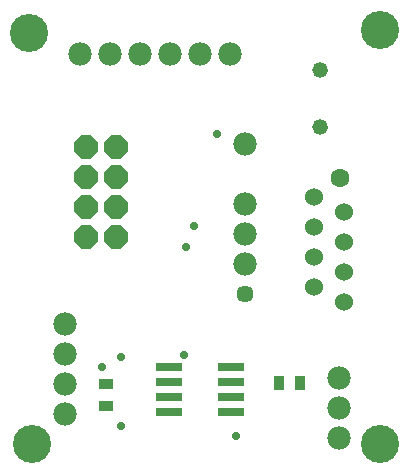
<source format=gbs>
G75*
%MOIN*%
%OFA0B0*%
%FSLAX24Y24*%
%IPPOS*%
%LPD*%
%AMOC8*
5,1,8,0,0,1.08239X$1,22.5*
%
%ADD10R,0.0910X0.0280*%
%ADD11C,0.0520*%
%ADD12R,0.0512X0.0355*%
%ADD13R,0.0355X0.0512*%
%ADD14C,0.0780*%
%ADD15C,0.0571*%
%ADD16OC8,0.0780*%
%ADD17C,0.0600*%
%ADD18C,0.0631*%
%ADD19C,0.0276*%
%ADD20C,0.1267*%
D10*
X009680Y006865D03*
X009680Y007365D03*
X009680Y007865D03*
X009680Y008365D03*
X011740Y008365D03*
X011740Y007865D03*
X011740Y007365D03*
X011740Y006865D03*
D11*
X014690Y016375D03*
X014690Y018275D03*
D12*
X007560Y007799D03*
X007560Y007091D03*
D13*
X013325Y007855D03*
X014034Y007855D03*
D14*
X015320Y008025D03*
X015320Y007025D03*
X015320Y006025D03*
X012190Y011825D03*
X012190Y012825D03*
X012190Y013825D03*
X012190Y015825D03*
X011690Y018825D03*
X010690Y018825D03*
X009690Y018825D03*
X008690Y018825D03*
X007690Y018825D03*
X006690Y018825D03*
X006190Y009825D03*
X006190Y008825D03*
X006190Y007825D03*
X006190Y006825D03*
D15*
X012190Y010825D03*
D16*
X007890Y012715D03*
X007890Y013715D03*
X007890Y014715D03*
X007890Y015715D03*
X006890Y015715D03*
X006890Y014715D03*
X006890Y013715D03*
X006890Y012715D03*
D17*
X014500Y013045D03*
X014500Y014045D03*
X015500Y013545D03*
X015500Y012545D03*
X015500Y011545D03*
X015500Y010545D03*
X014500Y011045D03*
X014500Y012045D03*
D18*
X015356Y014683D03*
D19*
X011270Y016145D03*
X010500Y013065D03*
X010220Y012365D03*
X010150Y008795D03*
X008050Y008725D03*
X007420Y008375D03*
X008050Y006415D03*
X011900Y006065D03*
D20*
X005090Y005825D03*
X016690Y005825D03*
X016690Y019625D03*
X004990Y019525D03*
M02*

</source>
